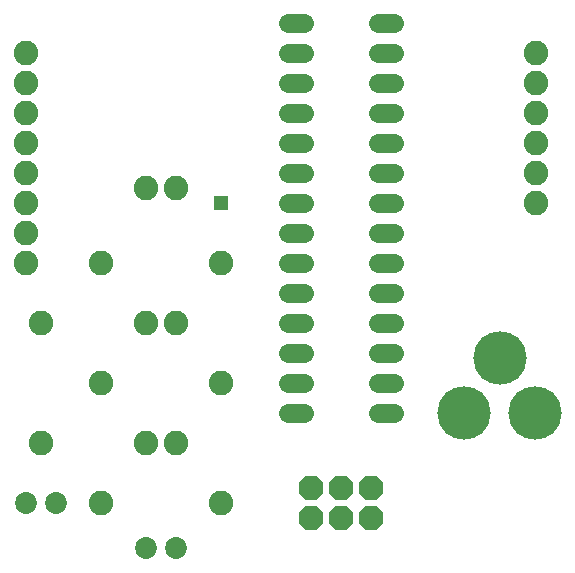
<source format=gts>
G75*
%MOIN*%
%OFA0B0*%
%FSLAX25Y25*%
%IPPOS*%
%LPD*%
%AMOC8*
5,1,8,0,0,1.08239X$1,22.5*
%
%ADD10C,0.07300*%
%ADD11C,0.08200*%
%ADD12C,0.17800*%
%ADD13OC8,0.08200*%
%ADD14C,0.06400*%
%ADD15R,0.05162X0.05162*%
D10*
X0588333Y0031800D03*
X0598333Y0031800D03*
X0628333Y0016800D03*
X0638333Y0016800D03*
D11*
X0653333Y0031800D03*
X0613333Y0031800D03*
X0628333Y0051800D03*
X0638333Y0051800D03*
X0593333Y0051800D03*
X0613333Y0071800D03*
X0653333Y0071800D03*
X0638333Y0091800D03*
X0628333Y0091800D03*
X0593333Y0091800D03*
X0588333Y0111800D03*
X0613333Y0111800D03*
X0588333Y0121800D03*
X0588333Y0131800D03*
X0588333Y0141800D03*
X0588333Y0151800D03*
X0588333Y0161800D03*
X0588333Y0171800D03*
X0588333Y0181800D03*
X0758333Y0181800D03*
X0758333Y0171800D03*
X0758333Y0161800D03*
X0758333Y0151800D03*
X0758333Y0141800D03*
X0758333Y0131800D03*
X0653333Y0111800D03*
X0638333Y0136800D03*
X0628333Y0136800D03*
D12*
X0746207Y0080304D03*
X0734396Y0061800D03*
X0758018Y0061800D03*
D13*
X0703333Y0036800D03*
X0693333Y0036800D03*
X0683333Y0036800D03*
X0683333Y0026800D03*
X0693333Y0026800D03*
X0703333Y0026800D03*
D14*
X0705533Y0061800D02*
X0711133Y0061800D01*
X0681133Y0061800D02*
X0675533Y0061800D01*
X0675533Y0071800D02*
X0681133Y0071800D01*
X0705533Y0071800D02*
X0711133Y0071800D01*
X0711133Y0081800D02*
X0705533Y0081800D01*
X0681133Y0081800D02*
X0675533Y0081800D01*
X0675533Y0091800D02*
X0681133Y0091800D01*
X0705533Y0091800D02*
X0711133Y0091800D01*
X0711133Y0101800D02*
X0705533Y0101800D01*
X0681133Y0101800D02*
X0675533Y0101800D01*
X0675533Y0111800D02*
X0681133Y0111800D01*
X0705533Y0111800D02*
X0711133Y0111800D01*
X0711133Y0121800D02*
X0705533Y0121800D01*
X0681133Y0121800D02*
X0675533Y0121800D01*
X0675533Y0131800D02*
X0681133Y0131800D01*
X0705533Y0131800D02*
X0711133Y0131800D01*
X0711133Y0141800D02*
X0705533Y0141800D01*
X0681133Y0141800D02*
X0675533Y0141800D01*
X0675533Y0151800D02*
X0681133Y0151800D01*
X0705533Y0151800D02*
X0711133Y0151800D01*
X0711133Y0161800D02*
X0705533Y0161800D01*
X0681133Y0161800D02*
X0675533Y0161800D01*
X0675533Y0171800D02*
X0681133Y0171800D01*
X0705533Y0171800D02*
X0711133Y0171800D01*
X0711133Y0181800D02*
X0705533Y0181800D01*
X0681133Y0181800D02*
X0675533Y0181800D01*
X0675533Y0191800D02*
X0681133Y0191800D01*
X0705533Y0191800D02*
X0711133Y0191800D01*
D15*
X0653333Y0131800D03*
M02*

</source>
